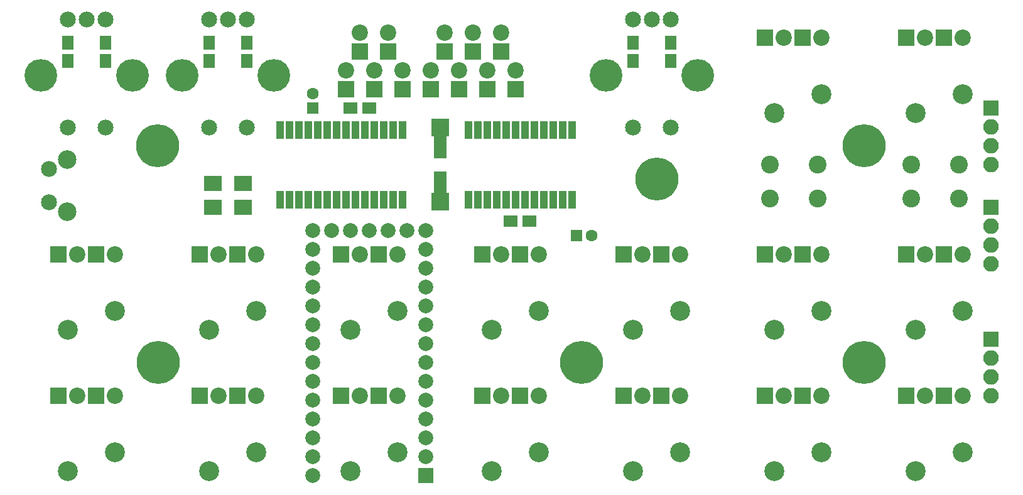
<source format=gbr>
G04 #@! TF.FileFunction,Soldermask,Bot*
%FSLAX46Y46*%
G04 Gerber Fmt 4.6, Leading zero omitted, Abs format (unit mm)*
G04 Created by KiCad (PCBNEW 4.0.6+dfsg1-1) date Mon Mar  5 09:48:27 2018*
%MOMM*%
%LPD*%
G01*
G04 APERTURE LIST*
%ADD10C,0.100000*%
%ADD11C,2.000000*%
%ADD12R,2.000000X2.000000*%
%ADD13R,1.000000X2.400000*%
%ADD14C,2.686000*%
%ADD15R,1.600000X1.600000*%
%ADD16C,1.600000*%
%ADD17R,1.900000X1.650000*%
%ADD18R,1.650000X1.900000*%
%ADD19R,2.200000X2.200000*%
%ADD20C,2.200000*%
%ADD21R,2.400000X2.100000*%
%ADD22R,1.799540X3.399740*%
%ADD23R,2.398980X2.398980*%
%ADD24C,5.800000*%
%ADD25C,1.000000*%
%ADD26C,2.150000*%
%ADD27O,4.400000X4.400000*%
%ADD28C,2.400000*%
%ADD29C,2.500000*%
%ADD30R,2.100000X2.100000*%
%ADD31O,2.100000X2.100000*%
G04 APERTURE END LIST*
D10*
D11*
X132715000Y-53340000D03*
X130175000Y-53340000D03*
X127635000Y-53340000D03*
X125095000Y-53340000D03*
X135255000Y-53340000D03*
X137795000Y-53340000D03*
X140335000Y-53340000D03*
X125095000Y-55880000D03*
X125095000Y-58420000D03*
X125095000Y-60960000D03*
X125095000Y-63500000D03*
X125095000Y-66040000D03*
X125095000Y-68580000D03*
X125095000Y-71120000D03*
X125095000Y-73660000D03*
X125095000Y-76200000D03*
X125095000Y-78740000D03*
X125095000Y-81280000D03*
X125095000Y-83820000D03*
X125095000Y-86360000D03*
X140335000Y-55880000D03*
X140335000Y-58420000D03*
X140335000Y-60960000D03*
X140335000Y-63500000D03*
X140335000Y-66040000D03*
X140335000Y-68580000D03*
X140335000Y-71120000D03*
X140335000Y-73660000D03*
X140335000Y-76200000D03*
X140335000Y-78740000D03*
X140335000Y-81280000D03*
X140335000Y-83820000D03*
D12*
X140335000Y-86360000D03*
D13*
X146050000Y-39750000D03*
X147320000Y-39750000D03*
X148590000Y-39750000D03*
X149860000Y-39750000D03*
X151130000Y-39750000D03*
X152400000Y-39750000D03*
X153670000Y-39750000D03*
X154940000Y-39750000D03*
X156210000Y-39750000D03*
X157480000Y-39750000D03*
X158750000Y-39750000D03*
X160020000Y-39750000D03*
X160020000Y-49150000D03*
X158750000Y-49150000D03*
X157480000Y-49150000D03*
X156210000Y-49150000D03*
X154940000Y-49150000D03*
X153670000Y-49150000D03*
X152400000Y-49150000D03*
X151130000Y-49150000D03*
X149860000Y-49150000D03*
X148590000Y-49150000D03*
X147320000Y-49150000D03*
X146050000Y-49150000D03*
D14*
X92075000Y-85725000D03*
X98425000Y-83185000D03*
X111125000Y-85725000D03*
X117475000Y-83185000D03*
X130175000Y-85725000D03*
X136525000Y-83185000D03*
X149225000Y-85725000D03*
X155575000Y-83185000D03*
X168275000Y-85725000D03*
X174625000Y-83185000D03*
X187325000Y-85725000D03*
X193675000Y-83185000D03*
X206375000Y-85725000D03*
X212725000Y-83185000D03*
X92075000Y-66675000D03*
X98425000Y-64135000D03*
X111125000Y-66675000D03*
X117475000Y-64135000D03*
X130175000Y-66675000D03*
X136525000Y-64135000D03*
X149225000Y-66675000D03*
X155575000Y-64135000D03*
X168275000Y-66675000D03*
X174625000Y-64135000D03*
X187325000Y-66675000D03*
X193675000Y-64135000D03*
X206375000Y-66675000D03*
X212725000Y-64135000D03*
X187325000Y-37465000D03*
X193675000Y-34925000D03*
X206375000Y-37465000D03*
X212725000Y-34925000D03*
D15*
X160655000Y-53975000D03*
D16*
X162655000Y-53975000D03*
D17*
X151785000Y-52070000D03*
X154285000Y-52070000D03*
D18*
X97155000Y-27960000D03*
X97155000Y-30460000D03*
D19*
X95885000Y-75565000D03*
D20*
X98425000Y-75565000D03*
D19*
X114935000Y-75565000D03*
D20*
X117475000Y-75565000D03*
D19*
X133985000Y-75565000D03*
D20*
X136525000Y-75565000D03*
D19*
X153035000Y-75565000D03*
D20*
X155575000Y-75565000D03*
D19*
X172085000Y-75565000D03*
D20*
X174625000Y-75565000D03*
D19*
X191135000Y-75565000D03*
D20*
X193675000Y-75565000D03*
D19*
X210185000Y-75565000D03*
D20*
X212725000Y-75565000D03*
D19*
X95885000Y-56515000D03*
D20*
X98425000Y-56515000D03*
D19*
X114935000Y-56515000D03*
D20*
X117475000Y-56515000D03*
D19*
X133985000Y-56515000D03*
D20*
X136525000Y-56515000D03*
D19*
X153035000Y-56515000D03*
D20*
X155575000Y-56515000D03*
D19*
X172085000Y-56515000D03*
D20*
X174625000Y-56515000D03*
D19*
X191135000Y-56515000D03*
D20*
X193675000Y-56515000D03*
D19*
X210185000Y-56515000D03*
D20*
X212725000Y-56515000D03*
D19*
X191135000Y-27305000D03*
D20*
X193675000Y-27305000D03*
D19*
X210185000Y-27305000D03*
D20*
X212725000Y-27305000D03*
D19*
X129540000Y-34290000D03*
D20*
X129540000Y-31750000D03*
D19*
X131445000Y-29210000D03*
D20*
X131445000Y-26670000D03*
D19*
X133350000Y-34290000D03*
D20*
X133350000Y-31750000D03*
D19*
X135255000Y-29210000D03*
D20*
X135255000Y-26670000D03*
D19*
X137160000Y-34290000D03*
D20*
X137160000Y-31750000D03*
D19*
X140970000Y-34290000D03*
D20*
X140970000Y-31750000D03*
D19*
X142875000Y-29210000D03*
D20*
X142875000Y-26670000D03*
D19*
X144780000Y-34290000D03*
D20*
X144780000Y-31750000D03*
D19*
X146685000Y-29210000D03*
D20*
X146685000Y-26670000D03*
D19*
X148590000Y-34290000D03*
D20*
X148590000Y-31750000D03*
D19*
X150495000Y-29210000D03*
D20*
X150495000Y-26670000D03*
D19*
X152400000Y-34290000D03*
D20*
X152400000Y-31750000D03*
D19*
X90805000Y-75565000D03*
D20*
X93345000Y-75565000D03*
D19*
X109855000Y-75565000D03*
D20*
X112395000Y-75565000D03*
D19*
X128905000Y-75565000D03*
D20*
X131445000Y-75565000D03*
D19*
X147955000Y-75565000D03*
D20*
X150495000Y-75565000D03*
D19*
X167005000Y-75565000D03*
D20*
X169545000Y-75565000D03*
D19*
X186055000Y-75565000D03*
D20*
X188595000Y-75565000D03*
D19*
X205105000Y-75565000D03*
D20*
X207645000Y-75565000D03*
D19*
X90805000Y-56515000D03*
D20*
X93345000Y-56515000D03*
D19*
X109855000Y-56515000D03*
D20*
X112395000Y-56515000D03*
D19*
X128905000Y-56515000D03*
D20*
X131445000Y-56515000D03*
D19*
X147955000Y-56515000D03*
D20*
X150495000Y-56515000D03*
D19*
X167005000Y-56515000D03*
D20*
X169545000Y-56515000D03*
D19*
X186055000Y-56515000D03*
D20*
X188595000Y-56515000D03*
D19*
X205105000Y-56515000D03*
D20*
X207645000Y-56515000D03*
D19*
X186055000Y-27305000D03*
D20*
X188595000Y-27305000D03*
D19*
X205105000Y-27305000D03*
D20*
X207645000Y-27305000D03*
D18*
X111125000Y-27960000D03*
X111125000Y-30460000D03*
X92075000Y-27960000D03*
X92075000Y-30460000D03*
D17*
X130195000Y-36830000D03*
X132695000Y-36830000D03*
D21*
X115665000Y-50165000D03*
X111665000Y-50165000D03*
X115665000Y-46990000D03*
X111665000Y-46990000D03*
D22*
X142240000Y-47050960D03*
X142240000Y-41849040D03*
D23*
X142240000Y-49451260D03*
X142240000Y-39448740D03*
D24*
X104260000Y-71120000D03*
D25*
X106285000Y-71120000D03*
X105691891Y-72551891D03*
X104260000Y-73145000D03*
X102828109Y-72551891D03*
X102235000Y-71120000D03*
X102828109Y-69688109D03*
X104260000Y-69095000D03*
X105691891Y-69688109D03*
D24*
X161290000Y-71120000D03*
D25*
X163315000Y-71120000D03*
X162721891Y-72551891D03*
X161290000Y-73145000D03*
X159858109Y-72551891D03*
X159265000Y-71120000D03*
X159858109Y-69688109D03*
X161290000Y-69095000D03*
X162721891Y-69688109D03*
D24*
X199390000Y-71120000D03*
D25*
X201415000Y-71120000D03*
X200821891Y-72551891D03*
X199390000Y-73145000D03*
X197958109Y-72551891D03*
X197365000Y-71120000D03*
X197958109Y-69688109D03*
X199390000Y-69095000D03*
X200821891Y-69688109D03*
D24*
X199390000Y-41910000D03*
D25*
X201415000Y-41910000D03*
X200821891Y-43341891D03*
X199390000Y-43935000D03*
X197958109Y-43341891D03*
X197365000Y-41910000D03*
X197958109Y-40478109D03*
X199390000Y-39885000D03*
X200821891Y-40478109D03*
D24*
X171450000Y-46355000D03*
D25*
X173475000Y-46355000D03*
X172881891Y-47786891D03*
X171450000Y-48380000D03*
X170018109Y-47786891D03*
X169425000Y-46355000D03*
X170018109Y-44923109D03*
X171450000Y-44330000D03*
X172881891Y-44923109D03*
D18*
X173355000Y-27960000D03*
X173355000Y-30460000D03*
X168275000Y-27960000D03*
X168275000Y-30460000D03*
D24*
X104140000Y-41910000D03*
D25*
X106165000Y-41910000D03*
X105571891Y-43341891D03*
X104140000Y-43935000D03*
X102708109Y-43341891D03*
X102115000Y-41910000D03*
X102708109Y-40478109D03*
X104140000Y-39885000D03*
X105571891Y-40478109D03*
D26*
X173315000Y-24885000D03*
X168315000Y-24885000D03*
X170815000Y-24885000D03*
X168315000Y-39385000D03*
X173315000Y-39385000D03*
D27*
X164615000Y-32385000D03*
X177015000Y-32385000D03*
D18*
X116205000Y-27960000D03*
X116205000Y-30460000D03*
D15*
X125095000Y-36830000D03*
D16*
X125095000Y-34830000D03*
D28*
X186690000Y-48950000D03*
X186690000Y-44450000D03*
X193190000Y-48950000D03*
X193190000Y-44450000D03*
X205740000Y-48950000D03*
X205740000Y-44450000D03*
X212240000Y-48950000D03*
X212240000Y-44450000D03*
D29*
X92025000Y-43770000D03*
D26*
X89535000Y-45030000D03*
X89535000Y-49530000D03*
D29*
X92025000Y-50780000D03*
D26*
X116165000Y-24885000D03*
X111165000Y-24885000D03*
X113665000Y-24885000D03*
X111165000Y-39385000D03*
X116165000Y-39385000D03*
D27*
X107465000Y-32385000D03*
X119865000Y-32385000D03*
D26*
X97115000Y-24885000D03*
X92115000Y-24885000D03*
X94615000Y-24885000D03*
X92115000Y-39385000D03*
X97115000Y-39385000D03*
D27*
X88415000Y-32385000D03*
X100815000Y-32385000D03*
D13*
X120650000Y-39750000D03*
X121920000Y-39750000D03*
X123190000Y-39750000D03*
X124460000Y-39750000D03*
X125730000Y-39750000D03*
X127000000Y-39750000D03*
X128270000Y-39750000D03*
X129540000Y-39750000D03*
X130810000Y-39750000D03*
X132080000Y-39750000D03*
X133350000Y-39750000D03*
X134620000Y-39750000D03*
X135890000Y-39750000D03*
X137160000Y-39750000D03*
X137160000Y-49150000D03*
X135890000Y-49150000D03*
X134620000Y-49150000D03*
X133350000Y-49150000D03*
X132080000Y-49150000D03*
X130810000Y-49150000D03*
X129540000Y-49150000D03*
X128270000Y-49150000D03*
X127000000Y-49150000D03*
X125730000Y-49150000D03*
X124460000Y-49150000D03*
X123190000Y-49150000D03*
X121920000Y-49150000D03*
X120650000Y-49150000D03*
D30*
X216535000Y-36830000D03*
D31*
X216535000Y-39370000D03*
X216535000Y-41910000D03*
X216535000Y-44450000D03*
D30*
X216535000Y-50165000D03*
D31*
X216535000Y-52705000D03*
X216535000Y-55245000D03*
X216535000Y-57785000D03*
D30*
X216535000Y-67945000D03*
D31*
X216535000Y-70485000D03*
X216535000Y-73025000D03*
X216535000Y-75565000D03*
M02*

</source>
